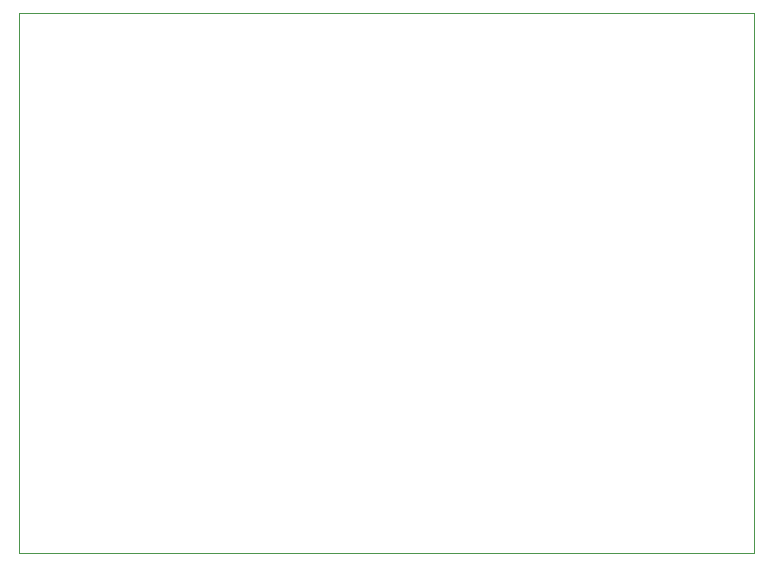
<source format=gm1>
G04 #@! TF.GenerationSoftware,KiCad,Pcbnew,(5.1.2-1)-1*
G04 #@! TF.CreationDate,2020-06-28T11:55:39+09:00*
G04 #@! TF.ProjectId,7seg_module,37736567-5f6d-46f6-9475-6c652e6b6963,rev?*
G04 #@! TF.SameCoordinates,Original*
G04 #@! TF.FileFunction,Profile,NP*
%FSLAX46Y46*%
G04 Gerber Fmt 4.6, Leading zero omitted, Abs format (unit mm)*
G04 Created by KiCad (PCBNEW (5.1.2-1)-1) date 2020-06-28 11:55:39*
%MOMM*%
%LPD*%
G04 APERTURE LIST*
%ADD10C,0.050000*%
G04 APERTURE END LIST*
D10*
X168910000Y-88900000D02*
X168910000Y-87630000D01*
X106680000Y-88900000D02*
X168910000Y-88900000D01*
X106680000Y-43180000D02*
X106680000Y-88900000D01*
X168910000Y-43180000D02*
X106680000Y-43180000D01*
X168910000Y-87630000D02*
X168910000Y-43180000D01*
M02*

</source>
